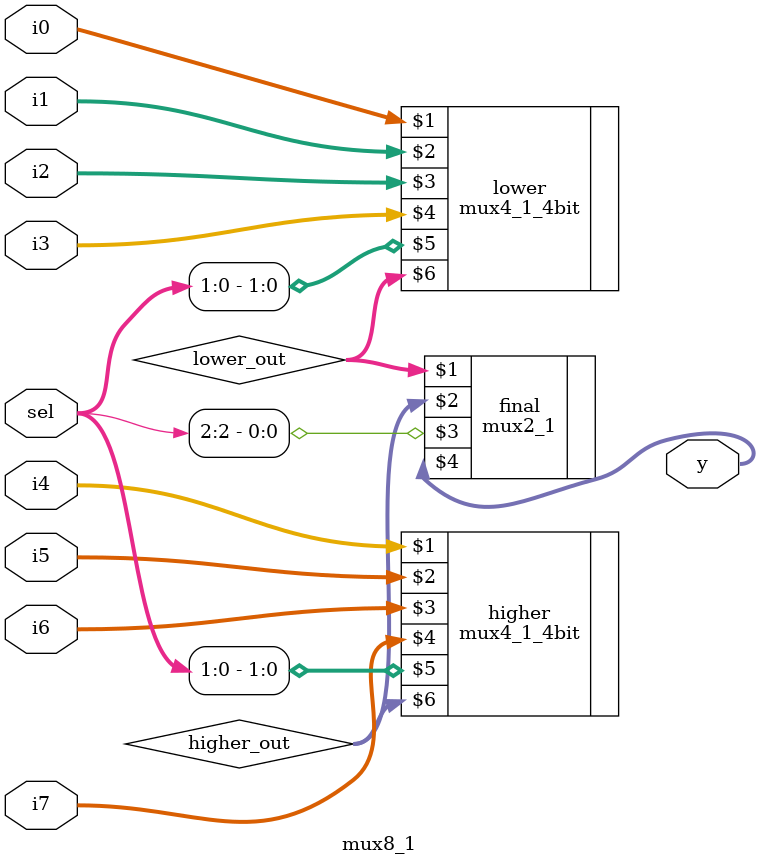
<source format=v>
`timescale 1ns / 1ps
module mux8_1(
    input [3:0] i0,
    input [3:0] i1,
    input [3:0] i2,
    input [3:0] i3,
    input [3:0] i4,
    input [3:0] i5,
    input [3:0] i6,
    input [3:0] i7,
    output [3:0] y,
    input [2:0] sel
    );
	 
	 wire [3:0] higher_out;
	 wire [3:0] lower_out;
	 
	 mux4_1_4bit higher(i4, i5, i6, i7, sel[1:0], higher_out);
	 mux4_1_4bit lower(i0, i1, i2, i3, sel[1:0], lower_out);
	 mux2_1 final(lower_out, higher_out, sel[2], y);

endmodule

</source>
